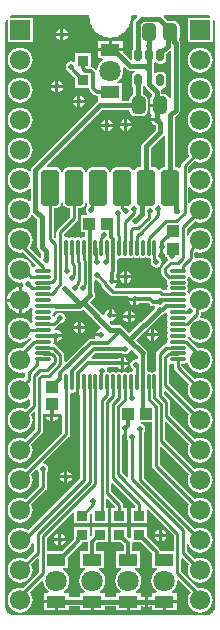
<source format=gbl>
G04*
G04 #@! TF.GenerationSoftware,Altium Limited,Altium Designer,21.0.9 (235)*
G04*
G04 Layer_Physical_Order=2*
G04 Layer_Color=16711680*
%FSLAX25Y25*%
%MOIN*%
G70*
G04*
G04 #@! TF.SameCoordinates,CEEBEC93-FDC5-4B9E-8111-BC73F9B13B43*
G04*
G04*
G04 #@! TF.FilePolarity,Positive*
G04*
G01*
G75*
%ADD14C,0.01575*%
%ADD15C,0.00984*%
%ADD16C,0.01181*%
%ADD17C,0.06693*%
%ADD18R,0.06693X0.06693*%
%ADD19C,0.07087*%
%ADD20C,0.01968*%
G04:AMPARAMS|DCode=21|XSize=45.28mil|YSize=57.09mil|CornerRadius=11.32mil|HoleSize=0mil|Usage=FLASHONLY|Rotation=180.000|XOffset=0mil|YOffset=0mil|HoleType=Round|Shape=RoundedRectangle|*
%AMROUNDEDRECTD21*
21,1,0.04528,0.03445,0,0,180.0*
21,1,0.02264,0.05709,0,0,180.0*
1,1,0.02264,-0.01132,0.01722*
1,1,0.02264,0.01132,0.01722*
1,1,0.02264,0.01132,-0.01722*
1,1,0.02264,-0.01132,-0.01722*
%
%ADD21ROUNDEDRECTD21*%
%ADD22R,0.04134X0.03937*%
G04:AMPARAMS|DCode=23|XSize=59.06mil|YSize=118.11mil|CornerRadius=7.38mil|HoleSize=0mil|Usage=FLASHONLY|Rotation=0.000|XOffset=0mil|YOffset=0mil|HoleType=Round|Shape=RoundedRectangle|*
%AMROUNDEDRECTD23*
21,1,0.05906,0.10335,0,0,0.0*
21,1,0.04429,0.11811,0,0,0.0*
1,1,0.01476,0.02215,-0.05167*
1,1,0.01476,-0.02215,-0.05167*
1,1,0.01476,-0.02215,0.05167*
1,1,0.01476,0.02215,0.05167*
%
%ADD23ROUNDEDRECTD23*%
%ADD24R,0.06299X0.03937*%
%ADD25R,0.03740X0.03543*%
G04:AMPARAMS|DCode=26|XSize=23.62mil|YSize=39.37mil|CornerRadius=5.91mil|HoleSize=0mil|Usage=FLASHONLY|Rotation=0.000|XOffset=0mil|YOffset=0mil|HoleType=Round|Shape=RoundedRectangle|*
%AMROUNDEDRECTD26*
21,1,0.02362,0.02756,0,0,0.0*
21,1,0.01181,0.03937,0,0,0.0*
1,1,0.01181,0.00591,-0.01378*
1,1,0.01181,-0.00591,-0.01378*
1,1,0.01181,-0.00591,0.01378*
1,1,0.01181,0.00591,0.01378*
%
%ADD26ROUNDEDRECTD26*%
%ADD27O,0.05512X0.01181*%
%ADD28O,0.01181X0.05512*%
%ADD29R,0.03937X0.04134*%
G36*
X68293Y200980D02*
X68869Y200866D01*
X69412Y200641D01*
X69423Y200634D01*
X69271Y200134D01*
X61866D01*
Y191866D01*
X70134D01*
Y199271D01*
X70634Y199423D01*
X70641Y199412D01*
X70866Y198869D01*
X70981Y198293D01*
Y198000D01*
Y4000D01*
Y3706D01*
X70866Y3131D01*
X70641Y2588D01*
X70315Y2100D01*
X69900Y1685D01*
X69412Y1359D01*
X68869Y1134D01*
X68294Y1020D01*
X3706D01*
X3131Y1134D01*
X2588Y1359D01*
X2100Y1685D01*
X1685Y2100D01*
X1359Y2588D01*
X1134Y3131D01*
X1020Y3706D01*
Y4000D01*
Y198000D01*
Y198294D01*
X1134Y198869D01*
X1359Y199412D01*
X1366Y199423D01*
X1866Y199271D01*
Y191866D01*
X10134D01*
Y200134D01*
X2729D01*
X2577Y200634D01*
X2588Y200641D01*
X3131Y200866D01*
X3706Y200980D01*
X4000Y200980D01*
X28614D01*
X28826Y200893D01*
X28987Y200731D01*
X29075Y200520D01*
Y200406D01*
X29080Y200381D01*
X29076Y200356D01*
X29105Y199777D01*
X29123Y199703D01*
Y199628D01*
X29349Y198492D01*
X29387Y198400D01*
X29407Y198301D01*
X29850Y197231D01*
X29906Y197148D01*
X29944Y197055D01*
X30587Y196093D01*
X30658Y196022D01*
X30714Y195938D01*
X31533Y195120D01*
X31616Y195064D01*
X31687Y194993D01*
X32650Y194350D01*
X32743Y194311D01*
X32826Y194255D01*
X33895Y193812D01*
X33994Y193793D01*
X34087Y193754D01*
X35222Y193528D01*
X35323D01*
X35421Y193509D01*
X36579D01*
X36677Y193528D01*
X36778D01*
X37913Y193754D01*
X38006Y193793D01*
X38104Y193812D01*
X39174Y194255D01*
X39257Y194311D01*
X39350Y194350D01*
X40313Y194993D01*
X40384Y195064D01*
X40467Y195120D01*
X41286Y195938D01*
X41342Y196022D01*
X41413Y196093D01*
X42056Y197055D01*
X42094Y197148D01*
X42150Y197231D01*
X42593Y198301D01*
X42613Y198400D01*
X42651Y198492D01*
X42877Y199628D01*
Y199703D01*
X42895Y199777D01*
X42924Y200356D01*
X42920Y200381D01*
X42925Y200406D01*
Y200520D01*
X43013Y200731D01*
X43174Y200893D01*
X43386Y200980D01*
X44868D01*
X45075Y200481D01*
X43983Y199388D01*
X43635Y198867D01*
X43512Y198253D01*
X43512Y198253D01*
Y189710D01*
X43371Y189498D01*
X43264Y188961D01*
Y186395D01*
X42777Y186175D01*
X40150Y188802D01*
Y189000D01*
X31850D01*
Y186531D01*
X33319D01*
X33488Y186031D01*
X32911Y185589D01*
X32217Y184684D01*
X31781Y183631D01*
X31687Y182919D01*
X31484Y182813D01*
X31163Y182765D01*
X30434Y183493D01*
X29978Y183798D01*
X29658Y183862D01*
Y188209D01*
X24342D01*
Y185635D01*
X23843Y185368D01*
X23691Y185469D01*
X23000Y185606D01*
X22309Y185469D01*
X21723Y185077D01*
X21331Y184491D01*
X21194Y183800D01*
X21331Y183109D01*
X21723Y182523D01*
X22243Y182175D01*
X22266Y182141D01*
X24342Y180064D01*
Y176791D01*
X28843D01*
Y176752D01*
X28950Y176214D01*
X29255Y175759D01*
X30507Y174506D01*
X30962Y174202D01*
X31500Y174095D01*
X32063D01*
Y172744D01*
X32063Y172744D01*
X31974Y172281D01*
X31621Y172045D01*
X31621Y172045D01*
X9965Y150388D01*
X9617Y149867D01*
X9494Y149253D01*
X9494Y149253D01*
Y149014D01*
X9021Y148854D01*
X8948Y148948D01*
X8085Y149611D01*
X7079Y150027D01*
X6000Y150170D01*
X4921Y150027D01*
X3915Y149611D01*
X3052Y148948D01*
X2389Y148085D01*
X1973Y147079D01*
X1830Y146000D01*
X1973Y144921D01*
X2389Y143915D01*
X3052Y143052D01*
X3915Y142389D01*
X4921Y141973D01*
X6000Y141831D01*
X7079Y141973D01*
X8085Y142389D01*
X8948Y143052D01*
X9021Y143146D01*
X9494Y142986D01*
Y139014D01*
X9021Y138854D01*
X8948Y138948D01*
X8085Y139611D01*
X7079Y140027D01*
X6000Y140170D01*
X4921Y140027D01*
X3915Y139611D01*
X3052Y138948D01*
X2389Y138085D01*
X1973Y137079D01*
X1830Y136000D01*
X1973Y134921D01*
X2389Y133915D01*
X3052Y133052D01*
X3915Y132389D01*
X4921Y131973D01*
X6000Y131831D01*
X7079Y131973D01*
X8085Y132389D01*
X8948Y133052D01*
X9611Y133915D01*
X9727Y134195D01*
X10317Y134313D01*
X11708Y132921D01*
Y123588D01*
X11708Y123588D01*
X11830Y122974D01*
X12178Y122453D01*
X12998Y121633D01*
Y120213D01*
X12625Y120030D01*
X12479Y120025D01*
X9167Y123337D01*
X9611Y123915D01*
X10028Y124921D01*
X10170Y126000D01*
X10028Y127079D01*
X9611Y128085D01*
X8948Y128948D01*
X8085Y129611D01*
X7079Y130027D01*
X6000Y130169D01*
X4921Y130027D01*
X3915Y129611D01*
X3052Y128948D01*
X2389Y128085D01*
X1973Y127079D01*
X1830Y126000D01*
X1973Y124921D01*
X2389Y123915D01*
X3052Y123052D01*
X3915Y122389D01*
X4921Y121973D01*
X6000Y121830D01*
X6869Y121945D01*
X11178Y117636D01*
X11014Y117093D01*
X10856Y117062D01*
X10560Y116864D01*
X10033Y117039D01*
X10028Y117079D01*
X9611Y118085D01*
X8948Y118948D01*
X8085Y119611D01*
X7079Y120027D01*
X6000Y120169D01*
X4921Y120027D01*
X3915Y119611D01*
X3052Y118948D01*
X2389Y118085D01*
X1973Y117079D01*
X1830Y116000D01*
X1973Y114921D01*
X2389Y113915D01*
X3052Y113052D01*
X3915Y112389D01*
X4921Y111973D01*
X6000Y111830D01*
X6523Y111899D01*
X6943Y111450D01*
X6894Y111200D01*
X6981Y110759D01*
X6622Y110315D01*
X6601Y110305D01*
X6500Y110318D01*
Y106000D01*
Y101682D01*
X7135Y101765D01*
X8192Y102203D01*
X9100Y102900D01*
X9567Y103509D01*
X10096Y103415D01*
X10394Y102969D01*
X10096Y102522D01*
X9989Y101984D01*
X10096Y101447D01*
X10394Y101000D01*
X10096Y100553D01*
X9989Y100016D01*
X10096Y99478D01*
X10394Y99032D01*
X10096Y98585D01*
X10041Y98308D01*
X9979Y98276D01*
X9512Y98214D01*
X8948Y98948D01*
X8085Y99611D01*
X7079Y100027D01*
X6000Y100170D01*
X4921Y100027D01*
X3915Y99611D01*
X3052Y98948D01*
X2389Y98085D01*
X1973Y97079D01*
X1830Y96000D01*
X1973Y94921D01*
X2389Y93915D01*
X3052Y93052D01*
X3915Y92389D01*
X4921Y91973D01*
X6000Y91830D01*
X7079Y91973D01*
X8085Y92389D01*
X8948Y93052D01*
X9131Y93290D01*
X9741Y93270D01*
X9741Y93010D01*
X6796Y90065D01*
X6000Y90170D01*
X4921Y90027D01*
X3915Y89611D01*
X3052Y88948D01*
X2389Y88085D01*
X1973Y87079D01*
X1830Y86000D01*
X1973Y84921D01*
X2389Y83915D01*
X3052Y83052D01*
X3915Y82389D01*
X4921Y81973D01*
X6000Y81831D01*
X7079Y81973D01*
X7101Y81982D01*
X7433Y81755D01*
X7550Y81626D01*
Y80374D01*
X7087Y80033D01*
X7050Y80031D01*
X6000Y80169D01*
X4921Y80027D01*
X3915Y79611D01*
X3052Y78948D01*
X2389Y78085D01*
X1973Y77079D01*
X1830Y76000D01*
X1973Y74921D01*
X2389Y73915D01*
X3052Y73052D01*
X3915Y72389D01*
X4921Y71973D01*
X6000Y71830D01*
X7079Y71973D01*
X8085Y72389D01*
X8821Y72954D01*
X9321Y72774D01*
Y71166D01*
X7859Y69704D01*
X7079Y70027D01*
X6000Y70170D01*
X4921Y70027D01*
X3915Y69611D01*
X3052Y68948D01*
X2389Y68085D01*
X1973Y67079D01*
X1830Y66000D01*
X1973Y64921D01*
X2389Y63915D01*
X3052Y63052D01*
X3915Y62389D01*
X4921Y61973D01*
X6000Y61831D01*
X7079Y61973D01*
X8085Y62389D01*
X8948Y63052D01*
X9611Y63915D01*
X10028Y64921D01*
X10170Y66000D01*
X10028Y67079D01*
X9704Y67859D01*
X10631Y68786D01*
X11093Y68595D01*
Y62938D01*
X7859Y59704D01*
X7079Y60027D01*
X6000Y60170D01*
X4921Y60027D01*
X3915Y59611D01*
X3052Y58948D01*
X2389Y58085D01*
X1973Y57079D01*
X1830Y56000D01*
X1973Y54921D01*
X2389Y53915D01*
X3052Y53052D01*
X3915Y52389D01*
X4921Y51973D01*
X6000Y51831D01*
X7079Y51973D01*
X8085Y52389D01*
X8948Y53052D01*
X9611Y53915D01*
X10028Y54921D01*
X10170Y56000D01*
X10028Y57079D01*
X9704Y57859D01*
X13320Y61475D01*
X13603Y61898D01*
X13702Y62398D01*
Y68180D01*
X14298D01*
X14364Y68100D01*
X18836D01*
X18902Y68180D01*
X19568D01*
X19932Y67850D01*
Y61777D01*
X7859Y49704D01*
X7079Y50027D01*
X6000Y50169D01*
X4921Y50027D01*
X3915Y49611D01*
X3052Y48948D01*
X2389Y48085D01*
X1973Y47079D01*
X1830Y46000D01*
X1973Y44921D01*
X2389Y43915D01*
X3052Y43052D01*
X3915Y42389D01*
X4921Y41973D01*
X6000Y41831D01*
X7079Y41973D01*
X8085Y42389D01*
X8948Y43052D01*
X9611Y43915D01*
X10028Y44921D01*
X10170Y46000D01*
X10028Y47079D01*
X9704Y47859D01*
X11311Y49466D01*
X11853Y49301D01*
X11931Y48909D01*
X12295Y48364D01*
Y44140D01*
X7859Y39704D01*
X7079Y40027D01*
X6000Y40170D01*
X4921Y40027D01*
X3915Y39611D01*
X3052Y38948D01*
X2389Y38085D01*
X1973Y37079D01*
X1830Y36000D01*
X1973Y34921D01*
X2389Y33915D01*
X3052Y33052D01*
X3915Y32389D01*
X4921Y31973D01*
X6000Y31830D01*
X7079Y31973D01*
X8085Y32389D01*
X8948Y33052D01*
X9611Y33915D01*
X10028Y34921D01*
X10170Y36000D01*
X10028Y37079D01*
X9704Y37859D01*
X14523Y42678D01*
X14805Y43101D01*
X14905Y43600D01*
Y48364D01*
X15269Y48909D01*
X15406Y49600D01*
X15269Y50291D01*
X14877Y50877D01*
X14291Y51269D01*
X13899Y51347D01*
X13734Y51889D01*
X22159Y60314D01*
X22442Y60737D01*
X22541Y61236D01*
Y74625D01*
X23041Y75021D01*
X23205Y74989D01*
X23742Y75096D01*
X24009Y75274D01*
X24026Y75247D01*
X24553Y74896D01*
X24673Y74871D01*
Y78559D01*
X25673D01*
Y74529D01*
X25837Y74394D01*
Y46503D01*
X8571Y29237D01*
X8085Y29611D01*
X7079Y30027D01*
X6000Y30169D01*
X4921Y30027D01*
X3915Y29611D01*
X3052Y28948D01*
X2389Y28085D01*
X1973Y27079D01*
X1830Y26000D01*
X1973Y24921D01*
X2389Y23915D01*
X3052Y23052D01*
X3915Y22389D01*
X4921Y21973D01*
X6000Y21831D01*
X7079Y21973D01*
X8085Y22389D01*
X8948Y23052D01*
X9611Y23915D01*
X10028Y24921D01*
X10495Y24806D01*
Y22340D01*
X7859Y19704D01*
X7079Y20027D01*
X6000Y20169D01*
X4921Y20027D01*
X3915Y19611D01*
X3052Y18948D01*
X2389Y18085D01*
X1973Y17079D01*
X1830Y16000D01*
X1973Y14921D01*
X2389Y13915D01*
X3052Y13052D01*
X3915Y12389D01*
X4921Y11972D01*
X6000Y11830D01*
X7079Y11972D01*
X8085Y12389D01*
X8948Y13052D01*
X9611Y13915D01*
X10028Y14921D01*
X10170Y16000D01*
X10028Y17079D01*
X9704Y17859D01*
X11804Y19959D01*
X12266Y19768D01*
Y15432D01*
X6887Y10053D01*
X6000Y10170D01*
X4921Y10028D01*
X3915Y9611D01*
X3052Y8948D01*
X2389Y8085D01*
X1973Y7079D01*
X1830Y6000D01*
X1973Y4921D01*
X2389Y3915D01*
X3052Y3052D01*
X3915Y2389D01*
X4921Y1973D01*
X6000Y1830D01*
X7079Y1973D01*
X8085Y2389D01*
X8948Y3052D01*
X9611Y3915D01*
X10028Y4921D01*
X10170Y6000D01*
X10028Y7079D01*
X9611Y8085D01*
X9176Y8652D01*
X13201Y12676D01*
X13644Y12412D01*
X13781Y11370D01*
X14217Y10316D01*
X14911Y9411D01*
X15488Y8969D01*
X15319Y8468D01*
X13850D01*
Y6000D01*
X18000D01*
Y5500D01*
X18500D01*
Y2531D01*
X22150D01*
Y3894D01*
X25850D01*
Y2531D01*
X29500D01*
Y5500D01*
X30500D01*
Y2531D01*
X34150D01*
Y3894D01*
X37850D01*
Y2531D01*
X41500D01*
Y5500D01*
X42500D01*
Y2531D01*
X46150D01*
Y3894D01*
X46832D01*
X47226Y3631D01*
X47500Y3576D01*
Y5500D01*
Y7424D01*
X47226Y7369D01*
X46832Y7106D01*
X46150D01*
Y8468D01*
X44681D01*
X44512Y8969D01*
X45089Y9411D01*
X45783Y10316D01*
X46219Y11370D01*
X46368Y12500D01*
X46219Y13631D01*
X45783Y14684D01*
X45089Y15589D01*
X44235Y16244D01*
X44239Y16415D01*
X44376Y16744D01*
X45937D01*
Y22256D01*
X43405D01*
Y24949D01*
X43686Y25291D01*
X46171D01*
X50036Y21426D01*
Y20878D01*
X50063Y20742D01*
Y16744D01*
X51624D01*
X51761Y16415D01*
X51765Y16244D01*
X50911Y15589D01*
X50217Y14684D01*
X49781Y13631D01*
X49632Y12500D01*
X49781Y11370D01*
X50217Y10316D01*
X50911Y9411D01*
X51488Y8969D01*
X51319Y8468D01*
X49850D01*
Y7106D01*
X49169D01*
X48774Y7369D01*
X48500Y7424D01*
Y5500D01*
Y3576D01*
X48774Y3631D01*
X49169Y3894D01*
X49850D01*
Y2531D01*
X53500D01*
Y5500D01*
X54000D01*
Y6000D01*
X58150D01*
Y8468D01*
X56681D01*
X56512Y8969D01*
X57089Y9411D01*
X57783Y10316D01*
X58219Y11370D01*
X58356Y12412D01*
X58799Y12676D01*
X62824Y8652D01*
X62389Y8085D01*
X61973Y7079D01*
X61831Y6000D01*
X61973Y4921D01*
X62389Y3915D01*
X63052Y3052D01*
X63915Y2389D01*
X64921Y1973D01*
X66000Y1830D01*
X67079Y1973D01*
X68085Y2389D01*
X68948Y3052D01*
X69611Y3915D01*
X70027Y4921D01*
X70170Y6000D01*
X70027Y7079D01*
X69611Y8085D01*
X68948Y8948D01*
X68085Y9611D01*
X67079Y10028D01*
X66000Y10170D01*
X65113Y10053D01*
X59734Y15432D01*
Y19768D01*
X60196Y19959D01*
X62296Y17859D01*
X61973Y17079D01*
X61831Y16000D01*
X61973Y14921D01*
X62389Y13915D01*
X63052Y13052D01*
X63915Y12389D01*
X64921Y11972D01*
X66000Y11830D01*
X67079Y11972D01*
X68085Y12389D01*
X68948Y13052D01*
X69611Y13915D01*
X70027Y14921D01*
X70170Y16000D01*
X70027Y17079D01*
X69611Y18085D01*
X68948Y18948D01*
X68085Y19611D01*
X67079Y20027D01*
X66000Y20169D01*
X64921Y20027D01*
X64141Y19704D01*
X61505Y22340D01*
Y24806D01*
X61973Y24921D01*
X62389Y23915D01*
X63052Y23052D01*
X63915Y22389D01*
X64921Y21973D01*
X66000Y21831D01*
X67079Y21973D01*
X68085Y22389D01*
X68948Y23052D01*
X69611Y23915D01*
X70027Y24921D01*
X70170Y26000D01*
X70027Y27079D01*
X69611Y28085D01*
X68948Y28948D01*
X68085Y29611D01*
X67079Y30027D01*
X66000Y30169D01*
X64921Y30027D01*
X64141Y29704D01*
X47245Y46599D01*
Y61764D01*
X47610Y62309D01*
X47747Y63000D01*
X47610Y63691D01*
X47218Y64277D01*
X46632Y64669D01*
X46254Y64744D01*
X46303Y65244D01*
X49853D01*
Y50842D01*
X49952Y50343D01*
X50235Y49920D01*
X62296Y37859D01*
X61973Y37079D01*
X61831Y36000D01*
X61973Y34921D01*
X62389Y33915D01*
X63052Y33052D01*
X63915Y32389D01*
X64921Y31973D01*
X66000Y31830D01*
X67079Y31973D01*
X68085Y32389D01*
X68948Y33052D01*
X69611Y33915D01*
X70027Y34921D01*
X70170Y36000D01*
X70027Y37079D01*
X69611Y38085D01*
X68948Y38948D01*
X68085Y39611D01*
X67079Y40027D01*
X66000Y40170D01*
X64921Y40027D01*
X64141Y39704D01*
X52462Y51383D01*
Y57040D01*
X52924Y57231D01*
X62296Y47859D01*
X61973Y47079D01*
X61831Y46000D01*
X61973Y44921D01*
X62389Y43915D01*
X63052Y43052D01*
X63915Y42389D01*
X64921Y41973D01*
X66000Y41831D01*
X67079Y41973D01*
X68085Y42389D01*
X68948Y43052D01*
X69611Y43915D01*
X70027Y44921D01*
X70170Y46000D01*
X70027Y47079D01*
X69611Y48085D01*
X68948Y48948D01*
X68085Y49611D01*
X67079Y50027D01*
X66000Y50169D01*
X64921Y50027D01*
X64141Y49704D01*
X54234Y59611D01*
Y65268D01*
X54696Y65459D01*
X62296Y57859D01*
X61973Y57079D01*
X61831Y56000D01*
X61973Y54921D01*
X62389Y53915D01*
X63052Y53052D01*
X63915Y52389D01*
X64921Y51973D01*
X66000Y51831D01*
X67079Y51973D01*
X68085Y52389D01*
X68948Y53052D01*
X69611Y53915D01*
X70027Y54921D01*
X70170Y56000D01*
X70027Y57079D01*
X69611Y58085D01*
X68948Y58948D01*
X68085Y59611D01*
X67079Y60027D01*
X66000Y60170D01*
X64921Y60027D01*
X64141Y59704D01*
X56005Y67840D01*
Y71966D01*
X55906Y72465D01*
X55623Y72889D01*
X54802Y73710D01*
X54802Y73710D01*
X53938Y74573D01*
Y75510D01*
X54438Y75717D01*
X62296Y67859D01*
X61973Y67079D01*
X61831Y66000D01*
X61973Y64921D01*
X62389Y63915D01*
X63052Y63052D01*
X63915Y62389D01*
X64921Y61973D01*
X66000Y61831D01*
X67079Y61973D01*
X68085Y62389D01*
X68948Y63052D01*
X69611Y63915D01*
X70027Y64921D01*
X70170Y66000D01*
X70027Y67079D01*
X69611Y68085D01*
X68948Y68948D01*
X68085Y69611D01*
X67079Y70027D01*
X66000Y70170D01*
X64921Y70027D01*
X64141Y69704D01*
X55710Y78135D01*
Y84434D01*
X56210Y84844D01*
X56276Y84831D01*
X57136D01*
Y83559D01*
X57236Y83060D01*
X57519Y82637D01*
X62296Y77859D01*
X61973Y77079D01*
X61831Y76000D01*
X61973Y74921D01*
X62389Y73915D01*
X63052Y73052D01*
X63915Y72389D01*
X64921Y71973D01*
X66000Y71830D01*
X67079Y71973D01*
X68085Y72389D01*
X68948Y73052D01*
X69611Y73915D01*
X70027Y74921D01*
X70170Y76000D01*
X70027Y77079D01*
X69611Y78085D01*
X68948Y78948D01*
X68085Y79611D01*
X67079Y80027D01*
X66000Y80169D01*
X64921Y80027D01*
X64141Y79704D01*
X59746Y84099D01*
Y84831D01*
X60606D01*
X61144Y84938D01*
X61440Y85136D01*
X61967Y84961D01*
X61973Y84921D01*
X62389Y83915D01*
X63052Y83052D01*
X63915Y82389D01*
X64921Y81973D01*
X66000Y81831D01*
X67079Y81973D01*
X68085Y82389D01*
X68948Y83052D01*
X69611Y83915D01*
X70027Y84921D01*
X70170Y86000D01*
X70027Y87079D01*
X69611Y88085D01*
X68948Y88948D01*
X68085Y89611D01*
X67079Y90027D01*
X66000Y90170D01*
X65204Y90065D01*
X62243Y93027D01*
X61900Y93255D01*
X61996Y93745D01*
X62110Y93795D01*
X62463Y93819D01*
X63052Y93052D01*
X63915Y92389D01*
X64921Y91973D01*
X66000Y91830D01*
X67079Y91973D01*
X68085Y92389D01*
X68948Y93052D01*
X69611Y93915D01*
X70027Y94921D01*
X70170Y96000D01*
X70027Y97079D01*
X69611Y98085D01*
X68948Y98948D01*
X68085Y99611D01*
X67079Y100027D01*
X66159Y100149D01*
X66052Y100272D01*
X65948Y100496D01*
X65921Y100663D01*
X66113Y100951D01*
X66212Y101450D01*
Y101858D01*
X67079Y101973D01*
X68085Y102389D01*
X68948Y103052D01*
X69611Y103915D01*
X70027Y104921D01*
X70170Y106000D01*
X70027Y107079D01*
X69611Y108085D01*
X68948Y108948D01*
X68085Y109611D01*
X67079Y110027D01*
X66000Y110169D01*
X64921Y110027D01*
X63915Y109611D01*
X63052Y108948D01*
X62463Y108181D01*
X62110Y108205D01*
X61933Y108282D01*
X61904Y108427D01*
X61606Y108874D01*
X61904Y109321D01*
X62011Y109858D01*
X61904Y110396D01*
X61606Y110843D01*
X61904Y111289D01*
X62011Y111827D01*
X61904Y112364D01*
X61606Y112811D01*
X61904Y113258D01*
X61982Y113649D01*
X62483Y113793D01*
X63052Y113052D01*
X63915Y112389D01*
X64921Y111973D01*
X66000Y111830D01*
X67079Y111973D01*
X68085Y112389D01*
X68948Y113052D01*
X69611Y113915D01*
X70027Y114921D01*
X70170Y116000D01*
X70027Y117079D01*
X69611Y118085D01*
X68948Y118948D01*
X68085Y119611D01*
X67079Y120027D01*
X66000Y120169D01*
X64921Y120027D01*
X64537Y119869D01*
X64080Y120220D01*
Y121780D01*
X64580Y122114D01*
X64921Y121973D01*
X66000Y121830D01*
X67079Y121973D01*
X68085Y122389D01*
X68948Y123052D01*
X69611Y123915D01*
X70027Y124921D01*
X70170Y126000D01*
X70027Y127079D01*
X69611Y128085D01*
X68948Y128948D01*
X68085Y129611D01*
X67079Y130027D01*
X66000Y130169D01*
X64921Y130027D01*
X63915Y129611D01*
X63052Y128948D01*
X62389Y128085D01*
X62053Y127272D01*
X61553Y127372D01*
Y129708D01*
X64141Y132296D01*
X64921Y131973D01*
X66000Y131831D01*
X67079Y131973D01*
X68085Y132389D01*
X68948Y133052D01*
X69611Y133915D01*
X70027Y134921D01*
X70170Y136000D01*
X70027Y137079D01*
X69611Y138085D01*
X68948Y138948D01*
X68085Y139611D01*
X67079Y140027D01*
X66000Y140170D01*
X64921Y140027D01*
X63915Y139611D01*
X63052Y138948D01*
X62587Y138343D01*
X62087Y138512D01*
Y143488D01*
X62587Y143657D01*
X63052Y143052D01*
X63915Y142389D01*
X64921Y141973D01*
X66000Y141831D01*
X67079Y141973D01*
X68085Y142389D01*
X68948Y143052D01*
X69611Y143915D01*
X70027Y144921D01*
X70170Y146000D01*
X70027Y147079D01*
X69611Y148085D01*
X68948Y148948D01*
X68085Y149611D01*
X67079Y150027D01*
X66000Y150170D01*
X64921Y150027D01*
X63915Y149611D01*
X63052Y148948D01*
X62587Y148343D01*
X62087Y148512D01*
Y150242D01*
X64141Y152296D01*
X64921Y151973D01*
X66000Y151830D01*
X67079Y151973D01*
X68085Y152389D01*
X68948Y153052D01*
X69611Y153915D01*
X70027Y154921D01*
X70170Y156000D01*
X70027Y157079D01*
X69611Y158085D01*
X68948Y158948D01*
X68085Y159611D01*
X67079Y160027D01*
X66000Y160169D01*
X64921Y160027D01*
X63915Y159611D01*
X63052Y158948D01*
X62389Y158085D01*
X61973Y157079D01*
X61831Y156000D01*
X61973Y154921D01*
X62296Y154141D01*
X59860Y151705D01*
X59577Y151282D01*
X59478Y150782D01*
Y150259D01*
X58978Y149992D01*
X58810Y150104D01*
X58215Y150223D01*
X57606D01*
Y167019D01*
X58935Y168349D01*
X58935Y168349D01*
X59283Y168869D01*
X59406Y169484D01*
Y191523D01*
X59406Y191523D01*
X59283Y192137D01*
X58935Y192658D01*
X58913Y192681D01*
Y192833D01*
X58983Y192938D01*
X59132Y193687D01*
Y197132D01*
X58983Y197881D01*
X58559Y198516D01*
X57924Y198940D01*
X57175Y199089D01*
X55225D01*
X53834Y200481D01*
X54041Y200980D01*
X68000D01*
X68293Y200980D01*
D02*
G37*
G36*
X56194Y188900D02*
Y173458D01*
X55694Y173409D01*
X55683Y173464D01*
X55212Y174169D01*
X54507Y174640D01*
X53675Y174805D01*
X53055D01*
Y175496D01*
X53055Y175496D01*
X52964Y175953D01*
X52991Y176063D01*
X53259Y176453D01*
X53331D01*
X53868Y176560D01*
X54324Y176865D01*
X54629Y177321D01*
X54736Y177858D01*
Y180614D01*
X54629Y181152D01*
X54324Y181608D01*
X53868Y181912D01*
X53331Y182019D01*
X52150D01*
X51612Y181912D01*
X51156Y181608D01*
X51106Y181532D01*
X50606Y181684D01*
Y184970D01*
X50682Y185021D01*
X51156Y185211D01*
X51612Y184907D01*
X52150Y184800D01*
X53331D01*
X53868Y184907D01*
X54324Y185211D01*
X54629Y185667D01*
X54736Y186205D01*
Y188095D01*
X55732Y189092D01*
X56194Y188900D01*
D02*
G37*
G36*
X41506Y182904D02*
X41506Y182904D01*
X42027Y182556D01*
X42642Y182434D01*
X42642Y182434D01*
X44191D01*
X44240Y181934D01*
X44132Y181912D01*
X43676Y181608D01*
X43371Y181152D01*
X43264Y180614D01*
Y177858D01*
X43371Y177321D01*
X43676Y176865D01*
X43753Y176813D01*
Y174475D01*
X43576Y174440D01*
X42941Y174016D01*
X42517Y173381D01*
X42368Y172632D01*
Y172515D01*
X40342D01*
X39937Y172744D01*
Y178256D01*
X38376D01*
X38239Y178585D01*
X38235Y178756D01*
X39089Y179411D01*
X39783Y180316D01*
X40219Y181369D01*
X40368Y182500D01*
X40241Y183462D01*
X40715Y183695D01*
X41506Y182904D01*
D02*
G37*
G36*
X47614Y177186D02*
X47865Y176810D01*
X49844Y174831D01*
Y174123D01*
X49403Y173464D01*
X49238Y172632D01*
Y171409D01*
X52543D01*
Y170409D01*
X49238D01*
Y169187D01*
X49403Y168355D01*
X49874Y167650D01*
X49978Y167581D01*
X49646Y167085D01*
X49592Y166811D01*
X51516D01*
Y165811D01*
X49592D01*
X49646Y165537D01*
X50085Y164880D01*
X50741Y164442D01*
X51073Y164376D01*
X51135Y164314D01*
Y162765D01*
X46865Y158495D01*
X46517Y157974D01*
X46394Y157360D01*
X46394Y157360D01*
Y150440D01*
X45785D01*
X45107Y150305D01*
X44532Y149920D01*
X44148Y149346D01*
X44146Y149338D01*
X43771Y149281D01*
X43629Y149297D01*
X43314Y149767D01*
X42810Y150104D01*
X42215Y150223D01*
X37785D01*
X37190Y150104D01*
X36686Y149767D01*
X36348Y149263D01*
X36255Y148793D01*
X35745D01*
X35652Y149263D01*
X35314Y149767D01*
X34810Y150104D01*
X34215Y150223D01*
X29785D01*
X29190Y150104D01*
X28686Y149767D01*
X28348Y149263D01*
X28255Y148793D01*
X27745D01*
X27652Y149263D01*
X27314Y149767D01*
X26810Y150104D01*
X26215Y150223D01*
X21785D01*
X21190Y150104D01*
X20686Y149767D01*
X20348Y149263D01*
X20255Y148793D01*
X19745D01*
X19652Y149263D01*
X19314Y149767D01*
X18810Y150104D01*
X18215Y150223D01*
X14994D01*
X14803Y150685D01*
X33422Y169304D01*
X42368D01*
Y169187D01*
X42517Y168438D01*
X42941Y167803D01*
X43576Y167379D01*
X44325Y167230D01*
X46589D01*
X47337Y167379D01*
X47972Y167803D01*
X48397Y168438D01*
X48546Y169187D01*
Y172632D01*
X48397Y173381D01*
X47972Y174016D01*
X47337Y174440D01*
X46964Y174514D01*
Y177044D01*
X47058Y177186D01*
X47119Y177205D01*
X47532Y177209D01*
X47614Y177186D01*
D02*
G37*
G36*
X54394Y160841D02*
Y150223D01*
X53785D01*
X53190Y150104D01*
X52686Y149767D01*
X52371Y149297D01*
X52229Y149281D01*
X51854Y149338D01*
X51852Y149346D01*
X51468Y149920D01*
X50893Y150305D01*
X50215Y150440D01*
X49606D01*
Y156695D01*
X53875Y160965D01*
X53875Y160965D01*
X53894Y160993D01*
X54394Y160841D01*
D02*
G37*
G36*
X28348Y137737D02*
X28423Y137277D01*
X28031Y136691D01*
X27894Y136000D01*
X28031Y135309D01*
X28400Y134756D01*
X28362Y134582D01*
X28221Y134256D01*
X26193D01*
Y128744D01*
X27705D01*
Y127409D01*
X27205Y126999D01*
X27142Y127011D01*
X26604Y126904D01*
X26158Y126606D01*
X25711Y126904D01*
X25173Y127011D01*
X24636Y126904D01*
X24189Y126606D01*
X23742Y126904D01*
X23205Y127011D01*
X22667Y126904D01*
X22220Y126606D01*
X21774Y126904D01*
X21236Y127011D01*
X21171Y126998D01*
X20671Y127409D01*
Y128095D01*
X24923Y132347D01*
X25205Y132770D01*
X25305Y133270D01*
Y136777D01*
X26215D01*
X26810Y136896D01*
X27314Y137233D01*
X27652Y137737D01*
X27745Y138207D01*
X28255D01*
X28348Y137737D01*
D02*
G37*
G36*
X20348Y137737D02*
X20686Y137233D01*
X21190Y136896D01*
X21785Y136777D01*
X22695D01*
Y133810D01*
X18444Y129558D01*
X18161Y129135D01*
X18061Y128636D01*
Y126947D01*
X17586Y126738D01*
X17305Y126964D01*
Y136777D01*
X18215D01*
X18810Y136896D01*
X19314Y137233D01*
X19652Y137737D01*
X19745Y138207D01*
X20255D01*
X20348Y137737D01*
D02*
G37*
G36*
X53760Y121815D02*
X54244Y121469D01*
Y120193D01*
X54914D01*
X54931Y120109D01*
X55168Y119754D01*
X55186Y119252D01*
X55095Y119073D01*
X53483Y117461D01*
X53200Y117038D01*
X53101Y116538D01*
Y114989D01*
X53200Y114490D01*
X53483Y114067D01*
X54639Y112910D01*
X54710Y112863D01*
X54978Y112364D01*
X54871Y111827D01*
X54978Y111289D01*
X55276Y110843D01*
X54978Y110396D01*
X54871Y109858D01*
X54903Y109694D01*
X54506Y109194D01*
X53927D01*
X53620Y109501D01*
X53197Y109784D01*
X52698Y109883D01*
X37862D01*
X37606Y110176D01*
X37684Y110753D01*
X37881Y110884D01*
X38319Y111540D01*
X38374Y111814D01*
X36450D01*
Y112814D01*
X38374D01*
X38319Y113089D01*
X37881Y113745D01*
X37855Y113762D01*
Y114545D01*
X37978Y114667D01*
X38282Y115123D01*
X38389Y115661D01*
Y119473D01*
X38889Y119883D01*
X38953Y119871D01*
X39490Y119978D01*
X39937Y120276D01*
X40384Y119978D01*
X40921Y119871D01*
X41459Y119978D01*
X41906Y120276D01*
X42352Y119978D01*
X42890Y119871D01*
X43427Y119978D01*
X43874Y120276D01*
X44321Y119978D01*
X44858Y119871D01*
X45396Y119978D01*
X45842Y120276D01*
X46289Y119978D01*
X46827Y119871D01*
X47364Y119978D01*
X47811Y120276D01*
X48258Y119978D01*
X48795Y119871D01*
X48959Y119903D01*
X49459Y119520D01*
X49558Y119020D01*
X49663Y118864D01*
X49611Y118600D01*
X49748Y117909D01*
X50140Y117323D01*
X50726Y116931D01*
X51417Y116794D01*
X52108Y116931D01*
X52694Y117323D01*
X53086Y117909D01*
X53223Y118600D01*
X53086Y119291D01*
X52694Y119877D01*
X52108Y120269D01*
X52068Y120277D01*
Y120771D01*
X52169Y121276D01*
Y121540D01*
X52669Y121848D01*
X52760Y121830D01*
Y123753D01*
X53760D01*
Y121815D01*
D02*
G37*
G36*
X32907Y96903D02*
X32735Y96368D01*
X32207Y96263D01*
X31550Y95825D01*
X31112Y95169D01*
X31057Y94894D01*
X32981D01*
Y93894D01*
X31057D01*
X31101Y93673D01*
X31068Y93526D01*
X30880Y93173D01*
X29496D01*
X28959Y93067D01*
X28503Y92762D01*
X21133Y85392D01*
X20671Y85583D01*
Y87745D01*
X20571Y88244D01*
X20289Y88667D01*
X17898Y91058D01*
X17474Y91341D01*
X17442Y91347D01*
X17333Y91414D01*
X17031Y91650D01*
X17129Y92142D01*
X17400Y92139D01*
Y94100D01*
X17900D01*
Y94600D01*
X19824D01*
X19769Y94874D01*
X19331Y95531D01*
X18674Y95969D01*
X17900Y96123D01*
X17603Y96064D01*
X17549Y96066D01*
X17425Y96312D01*
X17426Y96335D01*
X17700Y96833D01*
X17934Y96880D01*
X18358Y97162D01*
X19414Y98219D01*
X20057Y98347D01*
X20643Y98738D01*
X21035Y99325D01*
X21172Y100016D01*
X21035Y100707D01*
X20643Y101293D01*
X20057Y101685D01*
X19366Y101822D01*
X18675Y101685D01*
X18089Y101293D01*
X17697Y100707D01*
X17645Y100443D01*
X17560Y100413D01*
X17022Y100553D01*
X16724Y101000D01*
X17022Y101447D01*
X17129Y101984D01*
X17122Y102023D01*
X17553Y102416D01*
X17900Y102347D01*
X25606D01*
X25606Y102347D01*
X26221Y102469D01*
X26742Y102817D01*
X26867Y102943D01*
X32907Y96903D01*
D02*
G37*
G36*
X31621Y112718D02*
X32882Y111458D01*
Y111377D01*
X32981Y110878D01*
X33264Y110454D01*
X36062Y107656D01*
X36485Y107373D01*
X36984Y107274D01*
X41873D01*
X42212Y106815D01*
X44174D01*
Y106315D01*
X44674D01*
Y104391D01*
X44949Y104446D01*
X45605Y104884D01*
X45622Y104910D01*
X48785D01*
X49233Y104462D01*
X49689Y104157D01*
X50226Y104051D01*
X50797D01*
X51064Y103551D01*
X50958Y103392D01*
X50936Y103280D01*
X46831Y99175D01*
X46682Y99146D01*
X46161Y98798D01*
X46161Y98798D01*
X42333Y94970D01*
X40088Y97214D01*
X39567Y97562D01*
X38953Y97684D01*
X38953Y97684D01*
X36667D01*
X35856Y98496D01*
X35937Y98765D01*
X36068Y98990D01*
X36774Y99131D01*
X37431Y99569D01*
X37869Y100226D01*
X37924Y100500D01*
X36000D01*
Y101000D01*
X35500D01*
Y102924D01*
X35226Y102869D01*
X34569Y102431D01*
X34131Y101774D01*
X33990Y101068D01*
X33765Y100937D01*
X33496Y100856D01*
X29138Y105214D01*
X30443Y106518D01*
X30790Y107039D01*
X30913Y107653D01*
X30790Y108268D01*
X30712Y108385D01*
Y112468D01*
X31212Y112799D01*
X31621Y112718D01*
D02*
G37*
G36*
X45422Y87339D02*
Y86547D01*
X44922Y86215D01*
X44465Y86306D01*
X43773Y86169D01*
X43187Y85777D01*
X42796Y85191D01*
X42658Y84500D01*
X42796Y83809D01*
X43187Y83223D01*
X43554Y82978D01*
Y82494D01*
X43054Y82097D01*
X42890Y82129D01*
X42352Y82022D01*
X41906Y81724D01*
X41459Y82022D01*
X40921Y82129D01*
X40384Y82022D01*
X39937Y81724D01*
X39490Y82022D01*
X38953Y82129D01*
X38415Y82022D01*
X37969Y81724D01*
X37522Y82022D01*
X36984Y82129D01*
X36447Y82022D01*
X36000Y81724D01*
X35553Y82022D01*
X35401Y82053D01*
X35053Y82476D01*
X35029Y82598D01*
X34930Y83095D01*
X35101Y83516D01*
X35144Y83595D01*
X38552D01*
X38569Y83569D01*
X39226Y83131D01*
X39500Y83076D01*
Y85000D01*
Y86924D01*
X39226Y86869D01*
X38569Y86431D01*
X38552Y86405D01*
X29895D01*
X29703Y86867D01*
X31231Y88395D01*
X40014D01*
X40409Y88131D01*
X41100Y87994D01*
X41791Y88131D01*
X42377Y88523D01*
X42769Y89109D01*
X42798Y89256D01*
X43341Y89420D01*
X45422Y87339D01*
D02*
G37*
G36*
X54600Y101791D02*
X54938Y101646D01*
X54978Y101447D01*
X55276Y101000D01*
X54978Y100553D01*
X54871Y100016D01*
X54978Y99478D01*
X55276Y99032D01*
X54978Y98585D01*
X54871Y98047D01*
X54978Y97510D01*
X55276Y97063D01*
X54978Y96616D01*
X54871Y96079D01*
X54978Y95541D01*
X55276Y95095D01*
X54978Y94648D01*
X54871Y94110D01*
X54978Y93573D01*
X55276Y93126D01*
X54978Y92679D01*
X54871Y92142D01*
X54911Y91940D01*
X54768Y91505D01*
X54547Y91400D01*
X54247Y91341D01*
X53824Y91058D01*
X51711Y88946D01*
X51429Y88522D01*
X51329Y88023D01*
Y82527D01*
X50829Y82116D01*
X50764Y82129D01*
X50226Y82022D01*
X49779Y81724D01*
X49333Y82022D01*
X48795Y82129D01*
X48732Y82117D01*
X48232Y82527D01*
Y87473D01*
X48310Y87590D01*
X48432Y88205D01*
X48310Y88819D01*
X47962Y89340D01*
X44603Y92699D01*
X48054Y96149D01*
X48203Y96179D01*
X48724Y96527D01*
X53207Y101010D01*
X53318Y101032D01*
X53904Y101424D01*
X53994Y101558D01*
X54393Y101824D01*
X54600Y101791D01*
D02*
G37*
G36*
X41520Y60804D02*
X41535Y60789D01*
X41477Y60500D01*
X41615Y59809D01*
X41979Y59264D01*
Y47091D01*
X41517Y46900D01*
X39864Y48553D01*
Y61050D01*
X40364Y61327D01*
X40520Y61296D01*
Y63220D01*
X41520D01*
Y60804D01*
D02*
G37*
G36*
X44195Y37560D02*
Y36709D01*
X42843D01*
Y31591D01*
X48158D01*
Y35916D01*
X48619Y36107D01*
X57125Y27602D01*
Y22256D01*
X52797D01*
X52739Y22546D01*
X52434Y23001D01*
X48158Y27278D01*
Y30409D01*
X42843D01*
Y26746D01*
X42381Y26555D01*
X41658Y27278D01*
Y30409D01*
X36342D01*
Y25291D01*
X39671D01*
X40595Y24367D01*
Y22256D01*
X38063D01*
Y16744D01*
X39624D01*
X39761Y16415D01*
X39765Y16244D01*
X38911Y15589D01*
X38217Y14684D01*
X37781Y13631D01*
X37632Y12500D01*
X37781Y11370D01*
X38217Y10316D01*
X38911Y9411D01*
X39488Y8969D01*
X39319Y8468D01*
X37850D01*
Y7106D01*
X34150D01*
Y8468D01*
X32681D01*
X32512Y8969D01*
X33089Y9411D01*
X33783Y10316D01*
X34219Y11370D01*
X34368Y12500D01*
X34219Y13631D01*
X33783Y14684D01*
X33089Y15589D01*
X32235Y16244D01*
X32239Y16415D01*
X32376Y16744D01*
X33937D01*
Y22256D01*
X31405D01*
Y24867D01*
X31829Y25291D01*
X35157D01*
Y30409D01*
X29842D01*
Y27485D01*
X29658Y27345D01*
X29158Y27593D01*
Y30409D01*
X23843D01*
Y26805D01*
X23816Y26669D01*
Y26121D01*
X19950Y22256D01*
X14875D01*
Y26675D01*
X23381Y35180D01*
X23843Y34988D01*
Y31591D01*
X29158D01*
Y34657D01*
X29342Y34797D01*
X29842Y34549D01*
Y31591D01*
X35157D01*
Y36709D01*
X34549D01*
Y39653D01*
X35011Y39845D01*
X37646Y37209D01*
X37577Y36709D01*
X36342D01*
Y31591D01*
X41658D01*
Y36709D01*
X40305D01*
Y37700D01*
X40205Y38199D01*
X39922Y38622D01*
X36320Y42225D01*
Y44781D01*
X36782Y44973D01*
X44195Y37560D01*
D02*
G37*
G36*
X28595Y22256D02*
X26063D01*
Y16744D01*
X27624D01*
X27761Y16415D01*
X27765Y16244D01*
X26911Y15589D01*
X26217Y14684D01*
X25781Y13631D01*
X25632Y12500D01*
X25781Y11370D01*
X26217Y10316D01*
X26911Y9411D01*
X27488Y8969D01*
X27319Y8468D01*
X25850D01*
Y7106D01*
X22150D01*
Y8468D01*
X20681D01*
X20512Y8969D01*
X21089Y9411D01*
X21783Y10316D01*
X22219Y11370D01*
X22368Y12500D01*
X22219Y13631D01*
X21783Y14684D01*
X21089Y15589D01*
X20235Y16244D01*
X20239Y16415D01*
X20376Y16744D01*
X21937D01*
Y20269D01*
X26214Y24546D01*
X26518Y25002D01*
X26576Y25291D01*
X28595D01*
Y22256D01*
D02*
G37*
%LPC*%
G36*
X20424Y196424D02*
Y195000D01*
X21847D01*
X21793Y195274D01*
X21354Y195931D01*
X20698Y196369D01*
X20424Y196424D01*
D02*
G37*
G36*
X19424D02*
X19150Y196369D01*
X18493Y195931D01*
X18055Y195274D01*
X18000Y195000D01*
X19424D01*
Y196424D01*
D02*
G37*
G36*
X21847Y194000D02*
X20424D01*
Y192576D01*
X20698Y192631D01*
X21354Y193069D01*
X21793Y193726D01*
X21847Y194000D01*
D02*
G37*
G36*
X19424D02*
X18000D01*
X18055Y193726D01*
X18493Y193069D01*
X19150Y192631D01*
X19424Y192576D01*
Y194000D01*
D02*
G37*
G36*
X40150Y192469D02*
X36500D01*
Y190000D01*
X40150D01*
Y192469D01*
D02*
G37*
G36*
X35500D02*
X31850D01*
Y190000D01*
X35500D01*
Y192469D01*
D02*
G37*
G36*
X66000Y190170D02*
X64921Y190027D01*
X63915Y189611D01*
X63052Y188948D01*
X62389Y188085D01*
X61973Y187079D01*
X61831Y186000D01*
X61973Y184921D01*
X62389Y183915D01*
X63052Y183052D01*
X63915Y182389D01*
X64921Y181973D01*
X66000Y181831D01*
X67079Y181973D01*
X68085Y182389D01*
X68948Y183052D01*
X69611Y183915D01*
X70027Y184921D01*
X70170Y186000D01*
X70027Y187079D01*
X69611Y188085D01*
X68948Y188948D01*
X68085Y189611D01*
X67079Y190027D01*
X66000Y190170D01*
D02*
G37*
G36*
X6000D02*
X4921Y190027D01*
X3915Y189611D01*
X3052Y188948D01*
X2389Y188085D01*
X1973Y187079D01*
X1830Y186000D01*
X1973Y184921D01*
X2389Y183915D01*
X3052Y183052D01*
X3915Y182389D01*
X4921Y181973D01*
X6000Y181831D01*
X7079Y181973D01*
X8085Y182389D01*
X8948Y183052D01*
X9611Y183915D01*
X10028Y184921D01*
X10170Y186000D01*
X10028Y187079D01*
X9611Y188085D01*
X8948Y188948D01*
X8085Y189611D01*
X7079Y190027D01*
X6000Y190170D01*
D02*
G37*
G36*
X18742Y179135D02*
Y177712D01*
X20165D01*
X20111Y177986D01*
X19672Y178642D01*
X19016Y179081D01*
X18742Y179135D01*
D02*
G37*
G36*
X17742D02*
X17467Y179081D01*
X16811Y178642D01*
X16373Y177986D01*
X16318Y177712D01*
X17742D01*
Y179135D01*
D02*
G37*
G36*
X20165Y176712D02*
X18742D01*
Y175288D01*
X19016Y175343D01*
X19672Y175781D01*
X20111Y176438D01*
X20165Y176712D01*
D02*
G37*
G36*
X17742D02*
X16318D01*
X16373Y176438D01*
X16811Y175781D01*
X17467Y175343D01*
X17742Y175288D01*
Y176712D01*
D02*
G37*
G36*
X26100Y174222D02*
Y172799D01*
X27524D01*
X27469Y173073D01*
X27031Y173729D01*
X26374Y174168D01*
X26100Y174222D01*
D02*
G37*
G36*
X25100D02*
X24826Y174168D01*
X24169Y173729D01*
X23731Y173073D01*
X23676Y172799D01*
X25100D01*
Y174222D01*
D02*
G37*
G36*
X66000Y180169D02*
X64921Y180027D01*
X63915Y179611D01*
X63052Y178948D01*
X62389Y178085D01*
X61973Y177079D01*
X61831Y176000D01*
X61973Y174921D01*
X62389Y173915D01*
X63052Y173052D01*
X63915Y172389D01*
X64921Y171973D01*
X66000Y171830D01*
X67079Y171973D01*
X68085Y172389D01*
X68948Y173052D01*
X69611Y173915D01*
X70027Y174921D01*
X70170Y176000D01*
X70027Y177079D01*
X69611Y178085D01*
X68948Y178948D01*
X68085Y179611D01*
X67079Y180027D01*
X66000Y180169D01*
D02*
G37*
G36*
X6000D02*
X4921Y180027D01*
X3915Y179611D01*
X3052Y178948D01*
X2389Y178085D01*
X1973Y177079D01*
X1830Y176000D01*
X1973Y174921D01*
X2389Y173915D01*
X3052Y173052D01*
X3915Y172389D01*
X4921Y171973D01*
X6000Y171830D01*
X7079Y171973D01*
X8085Y172389D01*
X8948Y173052D01*
X9611Y173915D01*
X10028Y174921D01*
X10170Y176000D01*
X10028Y177079D01*
X9611Y178085D01*
X8948Y178948D01*
X8085Y179611D01*
X7079Y180027D01*
X6000Y180169D01*
D02*
G37*
G36*
X27524Y171799D02*
X26100D01*
Y170375D01*
X26374Y170429D01*
X27031Y170868D01*
X27469Y171524D01*
X27524Y171799D01*
D02*
G37*
G36*
X25100D02*
X23676D01*
X23731Y171524D01*
X24169Y170868D01*
X24826Y170429D01*
X25100Y170375D01*
Y171799D01*
D02*
G37*
G36*
X66000Y170169D02*
X64921Y170027D01*
X63915Y169611D01*
X63052Y168948D01*
X62389Y168085D01*
X61973Y167079D01*
X61831Y166000D01*
X61973Y164921D01*
X62389Y163915D01*
X63052Y163052D01*
X63915Y162389D01*
X64921Y161973D01*
X66000Y161830D01*
X67079Y161973D01*
X68085Y162389D01*
X68948Y163052D01*
X69611Y163915D01*
X70027Y164921D01*
X70170Y166000D01*
X70027Y167079D01*
X69611Y168085D01*
X68948Y168948D01*
X68085Y169611D01*
X67079Y170027D01*
X66000Y170169D01*
D02*
G37*
G36*
X6000D02*
X4921Y170027D01*
X3915Y169611D01*
X3052Y168948D01*
X2389Y168085D01*
X1973Y167079D01*
X1830Y166000D01*
X1973Y164921D01*
X2389Y163915D01*
X3052Y163052D01*
X3915Y162389D01*
X4921Y161973D01*
X6000Y161830D01*
X7079Y161973D01*
X8085Y162389D01*
X8948Y163052D01*
X9611Y163915D01*
X10028Y164921D01*
X10170Y166000D01*
X10028Y167079D01*
X9611Y168085D01*
X8948Y168948D01*
X8085Y169611D01*
X7079Y170027D01*
X6000Y170169D01*
D02*
G37*
G36*
Y160169D02*
X4921Y160027D01*
X3915Y159611D01*
X3052Y158948D01*
X2389Y158085D01*
X1973Y157079D01*
X1830Y156000D01*
X1973Y154921D01*
X2389Y153915D01*
X3052Y153052D01*
X3915Y152389D01*
X4921Y151973D01*
X6000Y151830D01*
X7079Y151973D01*
X8085Y152389D01*
X8948Y153052D01*
X9611Y153915D01*
X10028Y154921D01*
X10170Y156000D01*
X10028Y157079D01*
X9611Y158085D01*
X8948Y158948D01*
X8085Y159611D01*
X7079Y160027D01*
X6000Y160169D01*
D02*
G37*
G36*
X5500Y110318D02*
X4865Y110235D01*
X3808Y109797D01*
X2900Y109100D01*
X2203Y108192D01*
X1765Y107135D01*
X1682Y106500D01*
X5500D01*
Y110318D01*
D02*
G37*
G36*
Y105500D02*
X1682D01*
X1765Y104865D01*
X2203Y103808D01*
X2900Y102900D01*
X3808Y102203D01*
X4865Y101765D01*
X5500Y101682D01*
Y105500D01*
D02*
G37*
G36*
X18524Y67100D02*
X17100D01*
Y65676D01*
X17374Y65731D01*
X18031Y66169D01*
X18469Y66826D01*
X18524Y67100D01*
D02*
G37*
G36*
X16100D02*
X14676D01*
X14731Y66826D01*
X15169Y66169D01*
X15826Y65731D01*
X16100Y65676D01*
Y67100D01*
D02*
G37*
G36*
X21736Y49003D02*
Y47579D01*
X23160D01*
X23105Y47853D01*
X22667Y48510D01*
X22010Y48948D01*
X21736Y49003D01*
D02*
G37*
G36*
X20736D02*
X20462Y48948D01*
X19806Y48510D01*
X19367Y47853D01*
X19313Y47579D01*
X20736D01*
Y49003D01*
D02*
G37*
G36*
X23160Y46579D02*
X21736D01*
Y45156D01*
X22010Y45210D01*
X22667Y45649D01*
X23105Y46305D01*
X23160Y46579D01*
D02*
G37*
G36*
X20736D02*
X19313D01*
X19367Y46305D01*
X19806Y45649D01*
X20462Y45210D01*
X20736Y45156D01*
Y46579D01*
D02*
G37*
G36*
X58150Y5000D02*
X54500D01*
Y2531D01*
X58150D01*
Y5000D01*
D02*
G37*
G36*
X17500D02*
X13850D01*
Y2531D01*
X17500D01*
Y5000D01*
D02*
G37*
G36*
X41700Y166324D02*
Y164900D01*
X43124D01*
X43069Y165174D01*
X42631Y165831D01*
X41974Y166269D01*
X41700Y166324D01*
D02*
G37*
G36*
X40700D02*
X40426Y166269D01*
X39769Y165831D01*
X39331Y165174D01*
X39276Y164900D01*
X40700D01*
Y166324D01*
D02*
G37*
G36*
X35400Y166224D02*
Y164800D01*
X36824D01*
X36769Y165074D01*
X36331Y165731D01*
X35674Y166169D01*
X35400Y166224D01*
D02*
G37*
G36*
X34400D02*
X34126Y166169D01*
X33469Y165731D01*
X33031Y165074D01*
X32976Y164800D01*
X34400D01*
Y166224D01*
D02*
G37*
G36*
X43124Y163900D02*
X41700D01*
Y162476D01*
X41974Y162531D01*
X42631Y162969D01*
X43069Y163626D01*
X43124Y163900D01*
D02*
G37*
G36*
X40700D02*
X39276D01*
X39331Y163626D01*
X39769Y162969D01*
X40426Y162531D01*
X40700Y162476D01*
Y163900D01*
D02*
G37*
G36*
X36824Y163800D02*
X35400D01*
Y162376D01*
X35674Y162431D01*
X36331Y162869D01*
X36769Y163526D01*
X36824Y163800D01*
D02*
G37*
G36*
X34400D02*
X32976D01*
X33031Y163526D01*
X33469Y162869D01*
X34126Y162431D01*
X34400Y162376D01*
Y163800D01*
D02*
G37*
G36*
X41607Y115635D02*
Y114212D01*
X43031D01*
X42976Y114486D01*
X42537Y115142D01*
X41881Y115581D01*
X41607Y115635D01*
D02*
G37*
G36*
X40607D02*
X40333Y115581D01*
X39676Y115142D01*
X39238Y114486D01*
X39183Y114212D01*
X40607D01*
Y115635D01*
D02*
G37*
G36*
X43031Y113212D02*
X41607D01*
Y111788D01*
X41881Y111843D01*
X42537Y112281D01*
X42976Y112937D01*
X43031Y113212D01*
D02*
G37*
G36*
X40607D02*
X39183D01*
X39238Y112937D01*
X39676Y112281D01*
X40333Y111843D01*
X40607Y111788D01*
Y113212D01*
D02*
G37*
G36*
X26165Y98869D02*
Y97445D01*
X27589D01*
X27534Y97720D01*
X27096Y98376D01*
X26440Y98815D01*
X26165Y98869D01*
D02*
G37*
G36*
X25165D02*
X24891Y98815D01*
X24235Y98376D01*
X23796Y97720D01*
X23742Y97445D01*
X25165D01*
Y98869D01*
D02*
G37*
G36*
X27589Y96446D02*
X26165D01*
Y95022D01*
X26440Y95076D01*
X27096Y95515D01*
X27534Y96171D01*
X27589Y96446D01*
D02*
G37*
G36*
X25165D02*
X23742D01*
X23796Y96171D01*
X24235Y95515D01*
X24891Y95076D01*
X25165Y95022D01*
Y96446D01*
D02*
G37*
G36*
X19824Y93600D02*
X18400D01*
Y92176D01*
X18674Y92231D01*
X19331Y92669D01*
X19769Y93326D01*
X19824Y93600D01*
D02*
G37*
G36*
X43674Y105815D02*
X42251D01*
X42305Y105541D01*
X42744Y104884D01*
X43400Y104446D01*
X43674Y104391D01*
Y105815D01*
D02*
G37*
G36*
X36500Y102924D02*
Y101500D01*
X37924D01*
X37869Y101774D01*
X37431Y102431D01*
X36774Y102869D01*
X36500Y102924D01*
D02*
G37*
G36*
X42794Y102434D02*
Y101010D01*
X44218D01*
X44164Y101284D01*
X43725Y101941D01*
X43069Y102379D01*
X42794Y102434D01*
D02*
G37*
G36*
X41794D02*
X41520Y102379D01*
X40864Y101941D01*
X40425Y101284D01*
X40371Y101010D01*
X41794D01*
Y102434D01*
D02*
G37*
G36*
X44218Y100010D02*
X42794D01*
Y98586D01*
X43069Y98641D01*
X43725Y99080D01*
X44164Y99736D01*
X44218Y100010D01*
D02*
G37*
G36*
X41794D02*
X40371D01*
X40425Y99736D01*
X40864Y99080D01*
X41520Y98641D01*
X41794Y98586D01*
Y100010D01*
D02*
G37*
G36*
X40500Y86924D02*
Y85500D01*
X41924D01*
X41869Y85774D01*
X41431Y86431D01*
X40774Y86869D01*
X40500Y86924D01*
D02*
G37*
G36*
X41924Y84500D02*
X40500D01*
Y83076D01*
X40774Y83131D01*
X41431Y83569D01*
X41869Y84226D01*
X41924Y84500D01*
D02*
G37*
G36*
X50700Y96318D02*
Y94894D01*
X52124D01*
X52069Y95169D01*
X51631Y95825D01*
X50974Y96263D01*
X50700Y96318D01*
D02*
G37*
G36*
X49700D02*
X49426Y96263D01*
X48769Y95825D01*
X48331Y95169D01*
X48276Y94894D01*
X49700D01*
Y96318D01*
D02*
G37*
G36*
X52124Y93894D02*
X50700D01*
Y92471D01*
X50974Y92525D01*
X51631Y92964D01*
X52069Y93620D01*
X52124Y93894D01*
D02*
G37*
G36*
X49700D02*
X48276D01*
X48331Y93620D01*
X48769Y92964D01*
X49426Y92525D01*
X49700Y92471D01*
Y93894D01*
D02*
G37*
G36*
X53319Y29526D02*
Y28102D01*
X54743D01*
X54688Y28376D01*
X54250Y29032D01*
X53593Y29471D01*
X53319Y29526D01*
D02*
G37*
G36*
X52319D02*
X52045Y29471D01*
X51388Y29032D01*
X50950Y28376D01*
X50895Y28102D01*
X52319D01*
Y29526D01*
D02*
G37*
G36*
X19681Y28045D02*
Y26621D01*
X21105D01*
X21050Y26895D01*
X20612Y27552D01*
X19955Y27990D01*
X19681Y28045D01*
D02*
G37*
G36*
X18681D02*
X18407Y27990D01*
X17751Y27552D01*
X17312Y26895D01*
X17257Y26621D01*
X18681D01*
Y28045D01*
D02*
G37*
G36*
X54743Y27102D02*
X53319D01*
Y25678D01*
X53593Y25733D01*
X54250Y26171D01*
X54688Y26828D01*
X54743Y27102D01*
D02*
G37*
G36*
X52319D02*
X50895D01*
X50950Y26828D01*
X51388Y26171D01*
X52045Y25733D01*
X52319Y25678D01*
Y27102D01*
D02*
G37*
G36*
X21105Y25621D02*
X19681D01*
Y24198D01*
X19955Y24252D01*
X20612Y24691D01*
X21050Y25347D01*
X21105Y25621D01*
D02*
G37*
G36*
X18681D02*
X17257D01*
X17312Y25347D01*
X17751Y24691D01*
X18407Y24252D01*
X18681Y24198D01*
Y25621D01*
D02*
G37*
%LPD*%
D14*
X25606Y103953D02*
X26867Y105214D01*
X26867D01*
X36002Y96079D02*
X38953D01*
X26867Y105214D02*
X29307Y107653D01*
X26867Y105214D02*
X36002Y96079D01*
X25606Y103953D02*
Y105094D01*
X38953Y96079D02*
X38953D01*
X14603Y122135D02*
X14685Y122217D01*
X51387Y166182D02*
X51591Y166386D01*
Y169957D01*
X51516Y166204D02*
Y166311D01*
X52740Y162100D02*
Y164980D01*
X51591Y169957D02*
X52543Y170909D01*
X14603Y119257D02*
Y122135D01*
X51516Y166204D02*
X52740Y164980D01*
X51450Y172003D02*
X52543Y170909D01*
X13314Y123588D02*
X14685Y122217D01*
X13314Y123588D02*
Y133586D01*
X58035Y135620D02*
Y141465D01*
Y135620D02*
X58110Y135545D01*
X56000Y143500D02*
X58035Y141465D01*
X44319Y132193D02*
X46693Y134567D01*
Y142193D01*
X48000Y143500D01*
X21000Y109700D02*
X25606Y105094D01*
X21000Y109700D02*
Y109700D01*
X11100Y135800D02*
X13314Y133586D01*
X11100Y135800D02*
Y149253D01*
X32757Y170909D01*
X45457D01*
X48000Y143500D02*
Y157360D01*
X47296Y97662D02*
X47588D01*
X52627Y102701D01*
X42333Y92699D02*
X47296Y97662D01*
X56000Y143500D02*
Y167684D01*
X48000Y157360D02*
X52740Y162100D01*
X42333Y92699D02*
X46827Y88205D01*
X38953Y96079D02*
X42333Y92699D01*
X17900Y103953D02*
X25606D01*
X57307Y192016D02*
Y194146D01*
X56043Y195409D02*
X57307Y194146D01*
Y192016D02*
X57800Y191523D01*
Y169484D02*
Y191523D01*
X56000Y167684D02*
X57800Y169484D01*
X48000Y5500D02*
X54000D01*
X42000D02*
X48000D01*
X30000D02*
X42000D01*
X18000D02*
X30000D01*
X49000Y182764D02*
Y187583D01*
Y177946D02*
Y182764D01*
X47725Y184039D02*
X49000Y182764D01*
X42642Y184039D02*
X47725D01*
X37181Y189500D02*
X42642Y184039D01*
X36000Y189500D02*
X37181D01*
X56043Y195409D02*
Y196000D01*
X46704Y199839D02*
X52205D01*
X45118Y198253D02*
X46704Y199839D01*
X45118Y187724D02*
Y198253D01*
Y187724D02*
X45260Y187583D01*
X52205Y199839D02*
X56043Y196000D01*
X45260Y179236D02*
X45358Y179138D01*
Y171008D02*
Y179138D01*
Y171008D02*
X45457Y170909D01*
X48957Y195409D02*
X48978Y195388D01*
Y188610D02*
Y195388D01*
Y188610D02*
X49394Y188195D01*
X52740Y187583D02*
Y188370D01*
X55193Y190823D01*
Y194559D01*
X56043Y195409D01*
X49000Y177946D02*
X51450Y175496D01*
Y172003D02*
Y175496D01*
D15*
X6000Y124659D02*
Y126000D01*
Y124659D02*
X13559Y117100D01*
X21630Y115668D02*
Y115935D01*
X21236Y116328D02*
X21630Y115935D01*
X21236Y116328D02*
Y123441D01*
X13559Y115764D02*
Y117100D01*
X52046Y134213D02*
Y136618D01*
Y137310D01*
X51915Y136486D02*
X52046Y136618D01*
X49252Y135511D02*
Y135684D01*
X58065Y132299D02*
X60782Y135016D01*
X54501Y132299D02*
X58065D01*
X60782Y135016D02*
Y150782D01*
X48833Y123479D02*
Y126631D01*
X54501Y132299D01*
X48795Y123441D02*
X48833Y123479D01*
X50764Y119520D02*
Y123441D01*
Y119520D02*
X51417Y118866D01*
Y118600D02*
Y118866D01*
X50764Y123441D02*
Y125660D01*
X45736Y128158D02*
X45990D01*
X52046Y134213D01*
X44858Y123441D02*
Y127279D01*
X45736Y128158D01*
X45257Y129929D02*
X48795Y133468D01*
X43504Y129929D02*
X45257D01*
X48795Y133468D02*
Y135055D01*
X49252Y135511D01*
X42927Y123479D02*
Y129353D01*
X43504Y129929D01*
X43828Y134904D02*
Y136202D01*
X40921Y131997D02*
X43828Y134904D01*
X40921Y123441D02*
Y131997D01*
X43828Y136202D02*
X43935Y136309D01*
X38461Y127590D02*
Y134960D01*
X38854Y125844D02*
X38915Y125783D01*
X38854Y125844D02*
Y127196D01*
X38915Y123479D02*
X38953Y123441D01*
X38915Y123479D02*
Y125783D01*
X38461Y127590D02*
X38854Y127196D01*
X25361Y111599D02*
Y112204D01*
X25665Y112508D02*
Y118395D01*
X24174Y110411D02*
X25361Y111599D01*
Y112204D02*
X25665Y112508D01*
X24174Y110145D02*
Y110411D01*
X17902Y109804D02*
X19366Y111268D01*
X16438Y107927D02*
X17902Y109391D01*
X19366Y111268D02*
Y128636D01*
X17902Y109391D02*
Y109804D01*
X23894Y114204D02*
Y117661D01*
X23402Y113445D02*
Y113712D01*
X23894Y114204D01*
X16000Y126360D02*
Y143500D01*
Y126360D02*
X17594Y124766D01*
Y113021D02*
Y124766D01*
X42890Y123441D02*
X42927Y123479D01*
X40000Y136622D02*
X40307Y136315D01*
X40312D01*
X40998Y135629D01*
X41264D01*
X29700Y136000D02*
X29888Y136188D01*
X36984Y108579D02*
X52698D01*
X34186Y111377D02*
Y111998D01*
X31669Y114515D02*
X34186Y111998D01*
Y111377D02*
X36984Y108579D01*
X53386Y107890D02*
X58441D01*
X52698Y108579D02*
X53386Y107890D01*
X33085Y82315D02*
X33246Y82476D01*
X33047Y78559D02*
X33085Y78597D01*
Y82315D01*
X40000Y136622D02*
Y143500D01*
X13597Y98085D02*
X17435D01*
X19366Y100016D01*
X13559Y98047D02*
X13597Y98085D01*
X6000Y46000D02*
X21236Y61236D01*
Y78559D01*
X6000Y36000D02*
X13600Y43600D01*
Y49600D01*
X60782Y150782D02*
X66000Y156000D01*
X60248Y130248D02*
X66000Y136000D01*
X60248Y119950D02*
Y130248D01*
X29888Y136188D02*
Y141388D01*
X32000Y143500D01*
X31177Y119092D02*
X31669Y118600D01*
X58542Y118244D02*
X60248Y119950D01*
X54405Y116538D02*
X56112Y118244D01*
X58542D01*
X54405Y114989D02*
Y116538D01*
X55562Y113833D02*
X58403D01*
X54405Y114989D02*
X55562Y113833D01*
X62776Y122776D02*
X66000Y126000D01*
X58403Y113833D02*
X58441Y113795D01*
X62776Y119973D02*
Y122776D01*
X60240Y115855D02*
Y117437D01*
X62776Y119973D01*
X58441Y115764D02*
X60149D01*
X60240Y115855D01*
X58441Y101984D02*
X58479Y102022D01*
X61957D01*
X62217Y102282D01*
X62483D01*
X58479Y98085D02*
X61543D01*
X64908Y101450D01*
Y104908D01*
X66000Y106000D01*
X58441Y98047D02*
X58479Y98085D01*
X34622Y118600D02*
Y118866D01*
X35016Y119260D01*
X23188Y183064D02*
Y183612D01*
X26902Y179350D02*
X27000D01*
X23188Y183064D02*
X26902Y179350D01*
X23000Y183800D02*
X23188Y183612D01*
X35016Y119260D02*
Y123441D01*
X31177Y119092D02*
Y120678D01*
X33047Y126729D02*
X33933Y127614D01*
X33047Y123441D02*
Y126729D01*
X33933Y127614D02*
Y127760D01*
X31079Y123441D02*
X31116Y123403D01*
Y120739D02*
Y123403D01*
Y120739D02*
X31177Y120678D01*
X23205Y118350D02*
X23894Y117661D01*
X27142Y119424D02*
Y123441D01*
X27437Y111232D02*
Y119129D01*
X27142Y119424D02*
X27437Y119129D01*
X26945Y109955D02*
X27133Y110144D01*
X25173Y118887D02*
X25665Y118395D01*
X27133Y110928D02*
X27437Y111232D01*
X27133Y110144D02*
Y110928D01*
X25173Y118887D02*
Y123441D01*
X23205Y118350D02*
Y123441D01*
X10042Y109858D02*
X13559D01*
X8700Y111200D02*
X10042Y109858D01*
X19366Y128636D02*
X24000Y133270D01*
X7516Y116000D02*
X9720Y113795D01*
X6000Y116000D02*
X7516D01*
X9720Y113795D02*
X13559D01*
X24000Y133270D02*
Y143500D01*
X13597Y107927D02*
X16438D01*
X13559Y107890D02*
X13597Y107927D01*
X16438Y111864D02*
X17594Y113021D01*
X13597Y111864D02*
X16438D01*
X13559Y111827D02*
X13597Y111864D01*
X13521Y96041D02*
X13559Y96079D01*
X6041Y96041D02*
X13521D01*
X6000Y96000D02*
X6041Y96041D01*
X13521Y92104D02*
X13559Y92142D01*
X10680Y92104D02*
X13521D01*
X6000Y87424D02*
X10680Y92104D01*
X6000Y86000D02*
Y87424D01*
X13180Y80847D02*
X15485D01*
X19366Y84728D01*
Y87745D01*
X16975Y90136D02*
X19366Y87745D01*
X13597Y90136D02*
X16975D01*
X13559Y90173D02*
X13597Y90136D01*
X11742Y84563D02*
Y86145D01*
X8854Y81675D02*
X11742Y84563D01*
X14833Y82700D02*
X17594Y85462D01*
X16438Y88167D02*
X17594Y87011D01*
X11833Y86236D02*
X13559D01*
X11742Y86145D02*
X11833Y86236D01*
X8854Y79409D02*
Y81675D01*
X17594Y85462D02*
Y87011D01*
X12528Y82700D02*
X14833D01*
X10626Y80798D02*
X12528Y82700D01*
X13559Y88205D02*
X13597Y88167D01*
X16438D01*
X10626Y70626D02*
Y80798D01*
X12398Y80064D02*
X13180Y80847D01*
X6000Y76000D02*
Y76555D01*
X12398Y62398D02*
Y80064D01*
X6000Y76555D02*
X8854Y79409D01*
X6000Y66000D02*
X10626Y70626D01*
X6000Y56000D02*
X12398Y62398D01*
X44858Y78559D02*
Y83840D01*
X44465Y84234D02*
X44858Y83840D01*
X44465Y84234D02*
Y84500D01*
X30400Y37951D02*
Y39100D01*
X26500Y34150D02*
X26598D01*
X30400Y37951D01*
X52929Y59071D02*
Y71232D01*
X54701Y67299D02*
X66000Y56000D01*
X54701Y67299D02*
Y71966D01*
X53880Y72787D02*
X54701Y71966D01*
X50764Y73398D02*
X52929Y71232D01*
Y59071D02*
X66000Y46000D01*
X51157Y50842D02*
Y70499D01*
X48795Y72861D02*
X51157Y70499D01*
X54405Y77595D02*
Y87011D01*
Y77595D02*
X66000Y66000D01*
X52634Y75795D02*
Y88023D01*
X52634Y74033D02*
X53880Y72787D01*
X52634Y74033D02*
Y75795D01*
X52634Y88023D02*
X54746Y90136D01*
X45500Y34150D02*
Y38100D01*
X36787Y46813D02*
Y71232D01*
Y46813D02*
X45500Y38100D01*
X39000Y34150D02*
Y37700D01*
X35016Y41684D02*
Y71966D01*
Y41684D02*
X39000Y37700D01*
X32500Y34150D02*
X33244Y34894D01*
Y72700D01*
X7179Y26000D02*
X27142Y45963D01*
X6000Y26000D02*
X7179D01*
X27142Y45963D02*
Y78559D01*
X11799Y27949D02*
X29110Y45260D01*
X13571Y27215D02*
X30980Y44624D01*
X11799Y21799D02*
Y27949D01*
X29110Y45260D02*
Y78559D01*
X13571Y14891D02*
Y27215D01*
X30980Y44624D02*
Y76156D01*
X33244Y72700D02*
X35016Y74472D01*
X38559Y67993D02*
Y70499D01*
X40921Y72861D01*
X36787Y71232D02*
X38953Y73398D01*
X35016Y71966D02*
X36984Y73935D01*
X38559Y48012D02*
Y67993D01*
Y48012D02*
X58429Y28142D01*
X31041Y76217D02*
Y78521D01*
X31079Y78559D01*
X30980Y76156D02*
X31041Y76217D01*
X6000Y16000D02*
X11799Y21799D01*
X6000Y7321D02*
X13571Y14891D01*
X6000Y6000D02*
Y7321D01*
X61320Y92104D02*
X66000Y87424D01*
X58479Y92104D02*
X61320D01*
X58441Y92142D02*
X58479Y92104D01*
X66000Y86000D02*
Y87424D01*
X58441Y83559D02*
X66000Y76000D01*
X58441Y83559D02*
Y86236D01*
X54405Y87011D02*
X55562Y88167D01*
X58403D01*
X58441Y88205D01*
X54746Y90136D02*
X58403D01*
X58441Y90173D01*
X50764Y73398D02*
Y78559D01*
X51157Y50842D02*
X66000Y36000D01*
X48795Y72861D02*
Y78559D01*
X43283Y73315D02*
Y73581D01*
X42890Y73975D02*
X43283Y73581D01*
X42890Y73975D02*
Y78559D01*
X45941Y46059D02*
Y63000D01*
Y46059D02*
X66000Y26000D01*
X43283Y46211D02*
Y60500D01*
X60201Y21799D02*
Y29294D01*
X43283Y46211D02*
X60201Y29294D01*
Y21799D02*
X66000Y16000D01*
X58429Y14891D02*
Y28142D01*
Y14891D02*
X66000Y7321D01*
Y6000D02*
Y7321D01*
X35016Y74472D02*
Y78559D01*
X36984Y73935D02*
Y78559D01*
X38953Y73398D02*
Y78559D01*
X40921Y72861D02*
Y78559D01*
D16*
X35243Y91768D02*
X39253Y95778D01*
X29496Y91768D02*
X35243D01*
X19268Y81540D02*
X29496Y91768D01*
X19268Y79821D02*
Y81540D01*
X17978Y78629D02*
X18076D01*
X16600Y77251D02*
X17978Y78629D01*
X16600Y77153D02*
Y77251D01*
X18076Y78629D02*
X19268Y79821D01*
X29110Y120100D02*
Y123441D01*
Y131437D01*
X30650Y89800D02*
X41100D01*
X23205Y82355D02*
X30650Y89800D01*
X25173Y78559D02*
Y81540D01*
X23205Y78559D02*
Y82355D01*
X28633Y85000D02*
X40000D01*
X25173Y81540D02*
X28633Y85000D01*
X53260Y123753D02*
X53411Y123904D01*
Y125442D01*
X54976Y127007D02*
X55153D01*
X53411Y125442D02*
X54976Y127007D01*
X57000Y121200D02*
Y123047D01*
X56600Y120800D02*
X57000Y121200D01*
Y128854D02*
Y128953D01*
X55153Y127007D02*
X57000Y128854D01*
X36984Y115661D02*
Y125606D01*
X36295Y127111D02*
Y130157D01*
X36984Y125606D02*
Y126422D01*
X34953Y131500D02*
X36295Y130157D01*
X36984Y125606D02*
X36984Y125606D01*
X36295Y127111D02*
X36984Y126422D01*
X29047Y131500D02*
X29110Y131437D01*
X52713Y105921D02*
X58441D01*
X53450Y102851D02*
X54551Y103953D01*
X50226Y105455D02*
X52713D01*
X54551Y103953D02*
X58441D01*
X52627Y102701D02*
X52778Y102851D01*
X53450D01*
X44174Y106315D02*
X49367D01*
X50226Y105455D01*
X36450Y115127D02*
X36984Y115661D01*
X36450Y112314D02*
Y115127D01*
X13559Y103953D02*
X17900D01*
X29307Y107653D02*
Y119903D01*
X29110Y120100D02*
X29307Y119903D01*
X16600Y67600D02*
Y71247D01*
X17890Y94110D02*
X17900Y94100D01*
X13559Y94110D02*
X17890D01*
X46827Y78559D02*
Y88205D01*
X25221Y25539D02*
Y26669D01*
X18000Y19500D02*
X19181D01*
X25221Y25539D01*
X41020Y63220D02*
Y63236D01*
X41906Y64122D01*
X42000Y19500D02*
Y24949D01*
X52819Y19500D02*
X54000D01*
X51441Y20878D02*
X52819Y19500D01*
X45598Y27850D02*
X51441Y22008D01*
Y20878D02*
Y22008D01*
X39098Y27850D02*
X42000Y24949D01*
X41906Y64122D02*
Y68000D01*
X46827Y68984D02*
Y78559D01*
Y68984D02*
X47811Y68000D01*
X42890Y78559D02*
X42890Y78559D01*
X45500Y27850D02*
X45598D01*
X39000D02*
X39098D01*
X30000Y25449D02*
X32402Y27850D01*
X30000Y19500D02*
Y25449D01*
X32402Y27850D02*
X32500D01*
X25221Y26669D02*
X26402Y27850D01*
X26500D01*
X27000Y183192D02*
X27692Y182500D01*
X29441D01*
X27000Y183192D02*
Y185650D01*
X29441Y182500D02*
X30248Y181693D01*
Y176752D02*
Y181693D01*
Y176752D02*
X31500Y175500D01*
X36000D01*
D17*
X66000Y6000D02*
D03*
Y16000D02*
D03*
Y26000D02*
D03*
Y36000D02*
D03*
Y46000D02*
D03*
Y126000D02*
D03*
Y136000D02*
D03*
Y146000D02*
D03*
Y156000D02*
D03*
Y166000D02*
D03*
Y176000D02*
D03*
Y186000D02*
D03*
Y116000D02*
D03*
Y106000D02*
D03*
Y96000D02*
D03*
Y86000D02*
D03*
Y76000D02*
D03*
Y66000D02*
D03*
Y56000D02*
D03*
X6000Y6000D02*
D03*
Y16000D02*
D03*
Y26000D02*
D03*
Y36000D02*
D03*
Y46000D02*
D03*
Y126000D02*
D03*
Y136000D02*
D03*
Y146000D02*
D03*
Y156000D02*
D03*
Y166000D02*
D03*
Y176000D02*
D03*
Y186000D02*
D03*
Y116000D02*
D03*
Y106000D02*
D03*
Y96000D02*
D03*
Y86000D02*
D03*
Y76000D02*
D03*
Y66000D02*
D03*
Y56000D02*
D03*
D18*
X66000Y196000D02*
D03*
X6000D02*
D03*
D19*
X36000Y182500D02*
D03*
X54000Y12500D02*
D03*
X30000D02*
D03*
X18000D02*
D03*
X42000D02*
D03*
D20*
X19181Y26121D02*
D03*
X52819Y27602D02*
D03*
X21236Y47079D02*
D03*
X32981Y94394D02*
D03*
X51516Y166311D02*
D03*
X21630Y115668D02*
D03*
X14603Y119257D02*
D03*
X48978Y190823D02*
D03*
X18242Y177212D02*
D03*
X41200Y164400D02*
D03*
X19924Y194500D02*
D03*
X25600Y172299D02*
D03*
X34900Y164300D02*
D03*
X41107Y113712D02*
D03*
X42294Y100510D02*
D03*
X50200Y94394D02*
D03*
X25665Y96946D02*
D03*
X51915Y136486D02*
D03*
X49252Y135684D02*
D03*
X58110Y135545D02*
D03*
X53260Y123753D02*
D03*
X56600Y120800D02*
D03*
X51417Y118600D02*
D03*
X44319Y132193D02*
D03*
X38461Y134960D02*
D03*
X24174Y110145D02*
D03*
X21000Y109700D02*
D03*
X23402Y113445D02*
D03*
X43935Y136309D02*
D03*
X52627Y102701D02*
D03*
X52713Y105455D02*
D03*
X41264Y135629D02*
D03*
X29700Y136000D02*
D03*
X36450Y112314D02*
D03*
X33246Y82476D02*
D03*
X41100Y89800D02*
D03*
X44174Y106315D02*
D03*
X19366Y100016D02*
D03*
X13600Y49600D02*
D03*
X36000Y101000D02*
D03*
X31669Y118600D02*
D03*
Y114515D02*
D03*
X62483Y102282D02*
D03*
X34622Y118600D02*
D03*
X23000Y183800D02*
D03*
X33933Y127760D02*
D03*
X26945Y109955D02*
D03*
X8700Y111200D02*
D03*
X16600Y67600D02*
D03*
X17900Y94100D02*
D03*
X44465Y84500D02*
D03*
X30400Y39100D02*
D03*
X48000Y5500D02*
D03*
X41020Y63220D02*
D03*
X45941Y63000D02*
D03*
X43283Y73315D02*
D03*
Y60500D02*
D03*
X40000Y85000D02*
D03*
D21*
X45457Y170909D02*
D03*
X52543D02*
D03*
X56043Y195409D02*
D03*
X48957D02*
D03*
D22*
X29047Y131500D02*
D03*
X34953D02*
D03*
X47811Y68000D02*
D03*
X41906D02*
D03*
D23*
X56000Y143500D02*
D03*
X48000D02*
D03*
X40000D02*
D03*
X32000D02*
D03*
X24000D02*
D03*
X16000D02*
D03*
D24*
X36000Y175500D02*
D03*
Y189500D02*
D03*
X54000Y19500D02*
D03*
Y5500D02*
D03*
X30000D02*
D03*
Y19500D02*
D03*
X18000Y5500D02*
D03*
Y19500D02*
D03*
X42000Y5500D02*
D03*
Y19500D02*
D03*
D25*
X26500Y34150D02*
D03*
Y27850D02*
D03*
X32500Y34150D02*
D03*
Y27850D02*
D03*
X39000Y34150D02*
D03*
Y27850D02*
D03*
X45500Y34150D02*
D03*
Y27850D02*
D03*
X27000Y179350D02*
D03*
Y185650D02*
D03*
D26*
X45260Y187583D02*
D03*
X49000D02*
D03*
X52740D02*
D03*
X45260Y179236D02*
D03*
X52740D02*
D03*
D27*
X58441Y86236D02*
D03*
Y88205D02*
D03*
Y90173D02*
D03*
X58441Y92142D02*
D03*
X58441Y94110D02*
D03*
Y96079D02*
D03*
Y98047D02*
D03*
Y100016D02*
D03*
Y101984D02*
D03*
Y103953D02*
D03*
Y105921D02*
D03*
Y107890D02*
D03*
Y109858D02*
D03*
Y111827D02*
D03*
Y113795D02*
D03*
Y115764D02*
D03*
X13559D02*
D03*
Y113795D02*
D03*
Y111827D02*
D03*
Y109858D02*
D03*
Y107890D02*
D03*
Y105921D02*
D03*
Y103953D02*
D03*
Y101984D02*
D03*
Y100016D02*
D03*
Y98047D02*
D03*
Y96079D02*
D03*
Y94110D02*
D03*
Y92142D02*
D03*
Y90173D02*
D03*
Y88205D02*
D03*
Y86236D02*
D03*
D28*
X50764Y123441D02*
D03*
X48795D02*
D03*
X46827D02*
D03*
X44858D02*
D03*
X42890D02*
D03*
X40921D02*
D03*
X38953D02*
D03*
X36984D02*
D03*
X35016D02*
D03*
X33047D02*
D03*
X31079D02*
D03*
X29110D02*
D03*
X27142D02*
D03*
X25173D02*
D03*
X23205D02*
D03*
X21236D02*
D03*
Y78559D02*
D03*
X23205D02*
D03*
X25173D02*
D03*
X27142D02*
D03*
X29110D02*
D03*
X31079D02*
D03*
X33047D02*
D03*
X35016D02*
D03*
X36984D02*
D03*
X38953D02*
D03*
X40921D02*
D03*
X42890D02*
D03*
X44858Y78559D02*
D03*
X46827Y78559D02*
D03*
X48795D02*
D03*
X50764D02*
D03*
D29*
X16600Y77153D02*
D03*
Y71247D02*
D03*
X57000Y123047D02*
D03*
Y128953D02*
D03*
M02*

</source>
